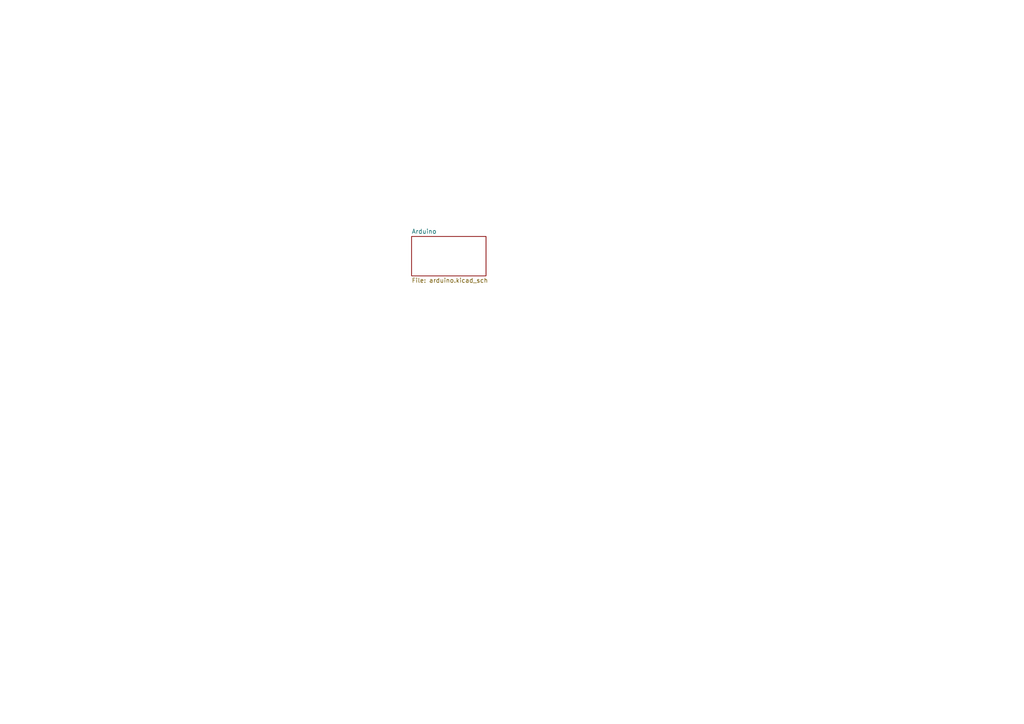
<source format=kicad_sch>
(kicad_sch
	(version 20231120)
	(generator "eeschema")
	(generator_version "8.0")
	(uuid "5cc2b44a-1d3f-41d7-974f-d3bae01da20c")
	(paper "A4")
	(title_block
		(title "Telduino")
		(date "2024-11-13")
		(rev "0.1")
	)
	(lib_symbols)
	(sheet
		(at 119.38 68.58)
		(size 21.59 11.43)
		(fields_autoplaced yes)
		(stroke
			(width 0.1524)
			(type solid)
		)
		(fill
			(color 0 0 0 0.0000)
		)
		(uuid "433ad252-d51f-42b3-aeef-0fb7f623c482")
		(property "Sheetname" "Arduino"
			(at 119.38 67.8684 0)
			(effects
				(font
					(size 1.27 1.27)
				)
				(justify left bottom)
			)
		)
		(property "Sheetfile" "arduino.kicad_sch"
			(at 119.38 80.5946 0)
			(effects
				(font
					(size 1.27 1.27)
				)
				(justify left top)
			)
		)
		(instances
			(project "telduino"
				(path "/5cc2b44a-1d3f-41d7-974f-d3bae01da20c"
					(page "2")
				)
			)
		)
	)
	(sheet_instances
		(path "/"
			(page "1")
		)
	)
)

</source>
